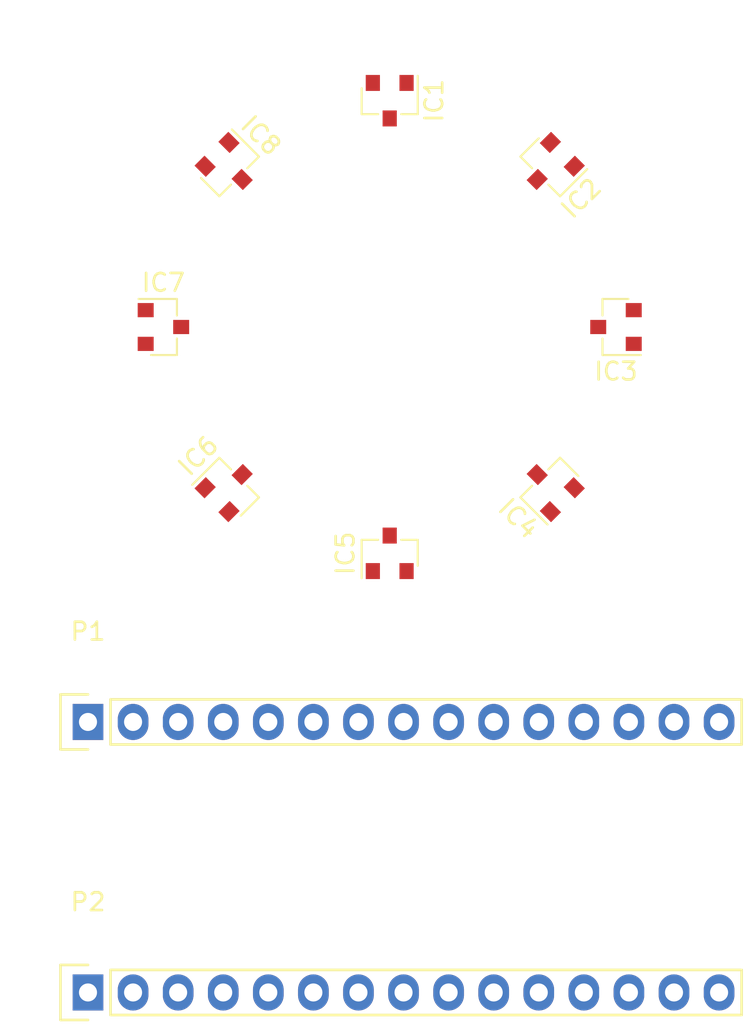
<source format=kicad_pcb>
(kicad_pcb (version 4) (host pcbnew 4.0.4-stable)

  (general
    (links 24)
    (no_connects 24)
    (area 172.72 102.87 215.328334 153.39)
    (thickness 1.6)
    (drawings 0)
    (tracks 0)
    (zones 0)
    (modules 10)
    (nets 31)
  )

  (page A4)
  (layers
    (0 F.Cu signal)
    (31 B.Cu signal)
    (32 B.Adhes user)
    (33 F.Adhes user)
    (34 B.Paste user)
    (35 F.Paste user)
    (36 B.SilkS user)
    (37 F.SilkS user)
    (38 B.Mask user)
    (39 F.Mask user)
    (40 Dwgs.User user)
    (41 Cmts.User user)
    (42 Eco1.User user)
    (43 Eco2.User user)
    (44 Edge.Cuts user)
    (45 Margin user)
    (46 B.CrtYd user)
    (47 F.CrtYd user)
    (48 B.Fab user)
    (49 F.Fab user)
  )

  (setup
    (last_trace_width 0.25)
    (trace_clearance 0.2)
    (zone_clearance 0.508)
    (zone_45_only yes)
    (trace_min 0.2)
    (segment_width 0.2)
    (edge_width 0.15)
    (via_size 0.6)
    (via_drill 0.4)
    (via_min_size 0.4)
    (via_min_drill 0.3)
    (uvia_size 0.3)
    (uvia_drill 0.1)
    (uvias_allowed no)
    (uvia_min_size 0.2)
    (uvia_min_drill 0.1)
    (pcb_text_width 0.3)
    (pcb_text_size 1.5 1.5)
    (mod_edge_width 0.15)
    (mod_text_size 1 1)
    (mod_text_width 0.15)
    (pad_size 1.7272 2.032)
    (pad_drill 1.016)
    (pad_to_mask_clearance 0.2)
    (aux_axis_origin 0 0)
    (visible_elements FFFFFF7F)
    (pcbplotparams
      (layerselection 0x00030_80000001)
      (usegerberextensions false)
      (excludeedgelayer true)
      (linewidth 0.100000)
      (plotframeref false)
      (viasonmask false)
      (mode 1)
      (useauxorigin false)
      (hpglpennumber 1)
      (hpglpenspeed 20)
      (hpglpendiameter 15)
      (hpglpenoverlay 2)
      (psnegative false)
      (psa4output false)
      (plotreference true)
      (plotvalue true)
      (plotinvisibletext false)
      (padsonsilk false)
      (subtractmaskfromsilk false)
      (outputformat 1)
      (mirror false)
      (drillshape 1)
      (scaleselection 1)
      (outputdirectory ""))
  )

  (net 0 "")
  (net 1 "Net-(IC1-Pad1)")
  (net 2 "Net-(IC1-Pad2)")
  (net 3 "Net-(IC1-Pad3)")
  (net 4 "Net-(IC2-Pad2)")
  (net 5 "Net-(IC3-Pad2)")
  (net 6 "Net-(IC4-Pad2)")
  (net 7 "Net-(IC5-Pad2)")
  (net 8 "Net-(IC6-Pad2)")
  (net 9 "Net-(IC7-Pad2)")
  (net 10 "Net-(IC8-Pad2)")
  (net 11 "Net-(P1-Pad1)")
  (net 12 "Net-(P1-Pad2)")
  (net 13 "Net-(P1-Pad3)")
  (net 14 "Net-(P1-Pad13)")
  (net 15 "Net-(P1-Pad15)")
  (net 16 "Net-(P2-Pad1)")
  (net 17 "Net-(P2-Pad2)")
  (net 18 "Net-(P2-Pad3)")
  (net 19 "Net-(P2-Pad4)")
  (net 20 "Net-(P2-Pad5)")
  (net 21 "Net-(P2-Pad6)")
  (net 22 "Net-(P2-Pad7)")
  (net 23 "Net-(P2-Pad8)")
  (net 24 "Net-(P2-Pad9)")
  (net 25 "Net-(P2-Pad10)")
  (net 26 "Net-(P2-Pad11)")
  (net 27 "Net-(P2-Pad12)")
  (net 28 "Net-(P2-Pad13)")
  (net 29 "Net-(P2-Pad14)")
  (net 30 "Net-(P2-Pad15)")

  (net_class Default "This is the default net class."
    (clearance 0.2)
    (trace_width 0.25)
    (via_dia 0.6)
    (via_drill 0.4)
    (uvia_dia 0.3)
    (uvia_drill 0.1)
    (add_net "Net-(IC1-Pad1)")
    (add_net "Net-(IC1-Pad2)")
    (add_net "Net-(IC1-Pad3)")
    (add_net "Net-(IC2-Pad2)")
    (add_net "Net-(IC3-Pad2)")
    (add_net "Net-(IC4-Pad2)")
    (add_net "Net-(IC5-Pad2)")
    (add_net "Net-(IC6-Pad2)")
    (add_net "Net-(IC7-Pad2)")
    (add_net "Net-(IC8-Pad2)")
    (add_net "Net-(P1-Pad1)")
    (add_net "Net-(P1-Pad13)")
    (add_net "Net-(P1-Pad15)")
    (add_net "Net-(P1-Pad2)")
    (add_net "Net-(P1-Pad3)")
    (add_net "Net-(P2-Pad1)")
    (add_net "Net-(P2-Pad10)")
    (add_net "Net-(P2-Pad11)")
    (add_net "Net-(P2-Pad12)")
    (add_net "Net-(P2-Pad13)")
    (add_net "Net-(P2-Pad14)")
    (add_net "Net-(P2-Pad15)")
    (add_net "Net-(P2-Pad2)")
    (add_net "Net-(P2-Pad3)")
    (add_net "Net-(P2-Pad4)")
    (add_net "Net-(P2-Pad5)")
    (add_net "Net-(P2-Pad6)")
    (add_net "Net-(P2-Pad7)")
    (add_net "Net-(P2-Pad8)")
    (add_net "Net-(P2-Pad9)")
  )

  (module TO_SOT_Packages_SMD:SOT-23 (layer F.Cu) (tedit 583F39EB) (tstamp 5848A5C7)
    (at 125 100 270)
    (descr "SOT-23, Standard")
    (tags SOT-23)
    (path /58489998)
    (attr smd)
    (fp_text reference IC1 (at 0 -2.5 270) (layer F.SilkS)
      (effects (font (size 1 1) (thickness 0.15)))
    )
    (fp_text value A1302KLHLT-T (at 0 2.5 270) (layer F.Fab)
      (effects (font (size 1 1) (thickness 0.15)))
    )
    (fp_line (start 0.76 1.58) (end 0.76 0.65) (layer F.SilkS) (width 0.12))
    (fp_line (start 0.76 -1.58) (end 0.76 -0.65) (layer F.SilkS) (width 0.12))
    (fp_line (start 0.7 -1.52) (end 0.7 1.52) (layer F.Fab) (width 0.15))
    (fp_line (start -0.7 1.52) (end 0.7 1.52) (layer F.Fab) (width 0.15))
    (fp_line (start -1.7 -1.75) (end 1.7 -1.75) (layer F.CrtYd) (width 0.05))
    (fp_line (start 1.7 -1.75) (end 1.7 1.75) (layer F.CrtYd) (width 0.05))
    (fp_line (start 1.7 1.75) (end -1.7 1.75) (layer F.CrtYd) (width 0.05))
    (fp_line (start -1.7 1.75) (end -1.7 -1.75) (layer F.CrtYd) (width 0.05))
    (fp_line (start 0.76 -1.58) (end -1.4 -1.58) (layer F.SilkS) (width 0.12))
    (fp_line (start -0.7 -1.52) (end 0.7 -1.52) (layer F.Fab) (width 0.15))
    (fp_line (start -0.7 -1.52) (end -0.7 1.52) (layer F.Fab) (width 0.15))
    (fp_line (start 0.76 1.58) (end -0.7 1.58) (layer F.SilkS) (width 0.12))
    (pad 1 smd rect (at -1 -0.95 270) (size 0.9 0.8) (layers F.Cu F.Paste F.Mask)
      (net 1 "Net-(IC1-Pad1)"))
    (pad 2 smd rect (at -1 0.95 270) (size 0.9 0.8) (layers F.Cu F.Paste F.Mask)
      (net 2 "Net-(IC1-Pad2)"))
    (pad 3 smd rect (at 1 0 270) (size 0.9 0.8) (layers F.Cu F.Paste F.Mask)
      (net 3 "Net-(IC1-Pad3)"))
    (model TO_SOT_Packages_SMD.3dshapes/SOT-23.wrl
      (at (xyz 0 0 0))
      (scale (xyz 1 1 1))
      (rotate (xyz 0 0 90))
    )
  )

  (module TO_SOT_Packages_SMD:SOT-23 (layer F.Cu) (tedit 583F39EB) (tstamp 5848A5CE)
    (at 134.02 103.73 225)
    (descr "SOT-23, Standard")
    (tags SOT-23)
    (path /584899FA)
    (attr smd)
    (fp_text reference IC2 (at 0 -2.5 225) (layer F.SilkS)
      (effects (font (size 1 1) (thickness 0.15)))
    )
    (fp_text value A1302KLHLT-T (at 0 2.5 225) (layer F.Fab)
      (effects (font (size 1 1) (thickness 0.15)))
    )
    (fp_line (start 0.76 1.58) (end 0.76 0.65) (layer F.SilkS) (width 0.12))
    (fp_line (start 0.76 -1.58) (end 0.76 -0.65) (layer F.SilkS) (width 0.12))
    (fp_line (start 0.7 -1.52) (end 0.7 1.52) (layer F.Fab) (width 0.15))
    (fp_line (start -0.7 1.52) (end 0.7 1.52) (layer F.Fab) (width 0.15))
    (fp_line (start -1.7 -1.75) (end 1.7 -1.75) (layer F.CrtYd) (width 0.05))
    (fp_line (start 1.7 -1.75) (end 1.7 1.75) (layer F.CrtYd) (width 0.05))
    (fp_line (start 1.7 1.75) (end -1.7 1.75) (layer F.CrtYd) (width 0.05))
    (fp_line (start -1.7 1.75) (end -1.7 -1.75) (layer F.CrtYd) (width 0.05))
    (fp_line (start 0.76 -1.58) (end -1.4 -1.58) (layer F.SilkS) (width 0.12))
    (fp_line (start -0.7 -1.52) (end 0.7 -1.52) (layer F.Fab) (width 0.15))
    (fp_line (start -0.7 -1.52) (end -0.7 1.52) (layer F.Fab) (width 0.15))
    (fp_line (start 0.76 1.58) (end -0.7 1.58) (layer F.SilkS) (width 0.12))
    (pad 1 smd rect (at -1 -0.95 225) (size 0.9 0.8) (layers F.Cu F.Paste F.Mask)
      (net 1 "Net-(IC1-Pad1)"))
    (pad 2 smd rect (at -1 0.95 225) (size 0.9 0.8) (layers F.Cu F.Paste F.Mask)
      (net 4 "Net-(IC2-Pad2)"))
    (pad 3 smd rect (at 1 0 225) (size 0.9 0.8) (layers F.Cu F.Paste F.Mask)
      (net 3 "Net-(IC1-Pad3)"))
    (model TO_SOT_Packages_SMD.3dshapes/SOT-23.wrl
      (at (xyz 0 0 0))
      (scale (xyz 1 1 1))
      (rotate (xyz 0 0 90))
    )
  )

  (module TO_SOT_Packages_SMD:SOT-23 (layer F.Cu) (tedit 583F39EB) (tstamp 5848A5D5)
    (at 137.75 112.75 180)
    (descr "SOT-23, Standard")
    (tags SOT-23)
    (path /58489A29)
    (attr smd)
    (fp_text reference IC3 (at 0 -2.5 180) (layer F.SilkS)
      (effects (font (size 1 1) (thickness 0.15)))
    )
    (fp_text value A1302KLHLT-T (at 0 2.5 180) (layer F.Fab)
      (effects (font (size 1 1) (thickness 0.15)))
    )
    (fp_line (start 0.76 1.58) (end 0.76 0.65) (layer F.SilkS) (width 0.12))
    (fp_line (start 0.76 -1.58) (end 0.76 -0.65) (layer F.SilkS) (width 0.12))
    (fp_line (start 0.7 -1.52) (end 0.7 1.52) (layer F.Fab) (width 0.15))
    (fp_line (start -0.7 1.52) (end 0.7 1.52) (layer F.Fab) (width 0.15))
    (fp_line (start -1.7 -1.75) (end 1.7 -1.75) (layer F.CrtYd) (width 0.05))
    (fp_line (start 1.7 -1.75) (end 1.7 1.75) (layer F.CrtYd) (width 0.05))
    (fp_line (start 1.7 1.75) (end -1.7 1.75) (layer F.CrtYd) (width 0.05))
    (fp_line (start -1.7 1.75) (end -1.7 -1.75) (layer F.CrtYd) (width 0.05))
    (fp_line (start 0.76 -1.58) (end -1.4 -1.58) (layer F.SilkS) (width 0.12))
    (fp_line (start -0.7 -1.52) (end 0.7 -1.52) (layer F.Fab) (width 0.15))
    (fp_line (start -0.7 -1.52) (end -0.7 1.52) (layer F.Fab) (width 0.15))
    (fp_line (start 0.76 1.58) (end -0.7 1.58) (layer F.SilkS) (width 0.12))
    (pad 1 smd rect (at -1 -0.95 180) (size 0.9 0.8) (layers F.Cu F.Paste F.Mask)
      (net 1 "Net-(IC1-Pad1)"))
    (pad 2 smd rect (at -1 0.95 180) (size 0.9 0.8) (layers F.Cu F.Paste F.Mask)
      (net 5 "Net-(IC3-Pad2)"))
    (pad 3 smd rect (at 1 0 180) (size 0.9 0.8) (layers F.Cu F.Paste F.Mask)
      (net 3 "Net-(IC1-Pad3)"))
    (model TO_SOT_Packages_SMD.3dshapes/SOT-23.wrl
      (at (xyz 0 0 0))
      (scale (xyz 1 1 1))
      (rotate (xyz 0 0 90))
    )
  )

  (module TO_SOT_Packages_SMD:SOT-23 (layer F.Cu) (tedit 583F39EB) (tstamp 5848A5DC)
    (at 134.02 121.77 135)
    (descr "SOT-23, Standard")
    (tags SOT-23)
    (path /58489A69)
    (attr smd)
    (fp_text reference IC4 (at 0 -2.5 135) (layer F.SilkS)
      (effects (font (size 1 1) (thickness 0.15)))
    )
    (fp_text value A1302KLHLT-T (at 0 2.5 135) (layer F.Fab)
      (effects (font (size 1 1) (thickness 0.15)))
    )
    (fp_line (start 0.76 1.58) (end 0.76 0.65) (layer F.SilkS) (width 0.12))
    (fp_line (start 0.76 -1.58) (end 0.76 -0.65) (layer F.SilkS) (width 0.12))
    (fp_line (start 0.7 -1.52) (end 0.7 1.52) (layer F.Fab) (width 0.15))
    (fp_line (start -0.7 1.52) (end 0.7 1.52) (layer F.Fab) (width 0.15))
    (fp_line (start -1.7 -1.75) (end 1.7 -1.75) (layer F.CrtYd) (width 0.05))
    (fp_line (start 1.7 -1.75) (end 1.7 1.75) (layer F.CrtYd) (width 0.05))
    (fp_line (start 1.7 1.75) (end -1.7 1.75) (layer F.CrtYd) (width 0.05))
    (fp_line (start -1.7 1.75) (end -1.7 -1.75) (layer F.CrtYd) (width 0.05))
    (fp_line (start 0.76 -1.58) (end -1.4 -1.58) (layer F.SilkS) (width 0.12))
    (fp_line (start -0.7 -1.52) (end 0.7 -1.52) (layer F.Fab) (width 0.15))
    (fp_line (start -0.7 -1.52) (end -0.7 1.52) (layer F.Fab) (width 0.15))
    (fp_line (start 0.76 1.58) (end -0.7 1.58) (layer F.SilkS) (width 0.12))
    (pad 1 smd rect (at -1 -0.95 135) (size 0.9 0.8) (layers F.Cu F.Paste F.Mask)
      (net 1 "Net-(IC1-Pad1)"))
    (pad 2 smd rect (at -1 0.95 135) (size 0.9 0.8) (layers F.Cu F.Paste F.Mask)
      (net 6 "Net-(IC4-Pad2)"))
    (pad 3 smd rect (at 1 0 135) (size 0.9 0.8) (layers F.Cu F.Paste F.Mask)
      (net 3 "Net-(IC1-Pad3)"))
    (model TO_SOT_Packages_SMD.3dshapes/SOT-23.wrl
      (at (xyz 0 0 0))
      (scale (xyz 1 1 1))
      (rotate (xyz 0 0 90))
    )
  )

  (module TO_SOT_Packages_SMD:SOT-23 (layer F.Cu) (tedit 583F39EB) (tstamp 5848A5E3)
    (at 125 125.5 90)
    (descr "SOT-23, Standard")
    (tags SOT-23)
    (path /58489AAF)
    (attr smd)
    (fp_text reference IC5 (at 0 -2.5 90) (layer F.SilkS)
      (effects (font (size 1 1) (thickness 0.15)))
    )
    (fp_text value A1302KLHLT-T (at 0 2.5 90) (layer F.Fab)
      (effects (font (size 1 1) (thickness 0.15)))
    )
    (fp_line (start 0.76 1.58) (end 0.76 0.65) (layer F.SilkS) (width 0.12))
    (fp_line (start 0.76 -1.58) (end 0.76 -0.65) (layer F.SilkS) (width 0.12))
    (fp_line (start 0.7 -1.52) (end 0.7 1.52) (layer F.Fab) (width 0.15))
    (fp_line (start -0.7 1.52) (end 0.7 1.52) (layer F.Fab) (width 0.15))
    (fp_line (start -1.7 -1.75) (end 1.7 -1.75) (layer F.CrtYd) (width 0.05))
    (fp_line (start 1.7 -1.75) (end 1.7 1.75) (layer F.CrtYd) (width 0.05))
    (fp_line (start 1.7 1.75) (end -1.7 1.75) (layer F.CrtYd) (width 0.05))
    (fp_line (start -1.7 1.75) (end -1.7 -1.75) (layer F.CrtYd) (width 0.05))
    (fp_line (start 0.76 -1.58) (end -1.4 -1.58) (layer F.SilkS) (width 0.12))
    (fp_line (start -0.7 -1.52) (end 0.7 -1.52) (layer F.Fab) (width 0.15))
    (fp_line (start -0.7 -1.52) (end -0.7 1.52) (layer F.Fab) (width 0.15))
    (fp_line (start 0.76 1.58) (end -0.7 1.58) (layer F.SilkS) (width 0.12))
    (pad 1 smd rect (at -1 -0.95 90) (size 0.9 0.8) (layers F.Cu F.Paste F.Mask)
      (net 1 "Net-(IC1-Pad1)"))
    (pad 2 smd rect (at -1 0.95 90) (size 0.9 0.8) (layers F.Cu F.Paste F.Mask)
      (net 7 "Net-(IC5-Pad2)"))
    (pad 3 smd rect (at 1 0 90) (size 0.9 0.8) (layers F.Cu F.Paste F.Mask)
      (net 3 "Net-(IC1-Pad3)"))
    (model TO_SOT_Packages_SMD.3dshapes/SOT-23.wrl
      (at (xyz 0 0 0))
      (scale (xyz 1 1 1))
      (rotate (xyz 0 0 90))
    )
  )

  (module TO_SOT_Packages_SMD:SOT-23 (layer F.Cu) (tedit 583F39EB) (tstamp 5848A5EA)
    (at 115.98 121.77 45)
    (descr "SOT-23, Standard")
    (tags SOT-23)
    (path /58489AFB)
    (attr smd)
    (fp_text reference IC6 (at 0 -2.5 45) (layer F.SilkS)
      (effects (font (size 1 1) (thickness 0.15)))
    )
    (fp_text value A1302KLHLT-T (at 0 2.5 45) (layer F.Fab)
      (effects (font (size 1 1) (thickness 0.15)))
    )
    (fp_line (start 0.76 1.58) (end 0.76 0.65) (layer F.SilkS) (width 0.12))
    (fp_line (start 0.76 -1.58) (end 0.76 -0.65) (layer F.SilkS) (width 0.12))
    (fp_line (start 0.7 -1.52) (end 0.7 1.52) (layer F.Fab) (width 0.15))
    (fp_line (start -0.7 1.52) (end 0.7 1.52) (layer F.Fab) (width 0.15))
    (fp_line (start -1.7 -1.75) (end 1.7 -1.75) (layer F.CrtYd) (width 0.05))
    (fp_line (start 1.7 -1.75) (end 1.7 1.75) (layer F.CrtYd) (width 0.05))
    (fp_line (start 1.7 1.75) (end -1.7 1.75) (layer F.CrtYd) (width 0.05))
    (fp_line (start -1.7 1.75) (end -1.7 -1.75) (layer F.CrtYd) (width 0.05))
    (fp_line (start 0.76 -1.58) (end -1.4 -1.58) (layer F.SilkS) (width 0.12))
    (fp_line (start -0.7 -1.52) (end 0.7 -1.52) (layer F.Fab) (width 0.15))
    (fp_line (start -0.7 -1.52) (end -0.7 1.52) (layer F.Fab) (width 0.15))
    (fp_line (start 0.76 1.58) (end -0.7 1.58) (layer F.SilkS) (width 0.12))
    (pad 1 smd rect (at -1 -0.95 45) (size 0.9 0.8) (layers F.Cu F.Paste F.Mask)
      (net 1 "Net-(IC1-Pad1)"))
    (pad 2 smd rect (at -1 0.95 45) (size 0.9 0.8) (layers F.Cu F.Paste F.Mask)
      (net 8 "Net-(IC6-Pad2)"))
    (pad 3 smd rect (at 1 0 45) (size 0.9 0.8) (layers F.Cu F.Paste F.Mask)
      (net 3 "Net-(IC1-Pad3)"))
    (model TO_SOT_Packages_SMD.3dshapes/SOT-23.wrl
      (at (xyz 0 0 0))
      (scale (xyz 1 1 1))
      (rotate (xyz 0 0 90))
    )
  )

  (module TO_SOT_Packages_SMD:SOT-23 (layer F.Cu) (tedit 583F39EB) (tstamp 5848A5F1)
    (at 112.25 112.75)
    (descr "SOT-23, Standard")
    (tags SOT-23)
    (path /58489B5A)
    (attr smd)
    (fp_text reference IC7 (at 0 -2.5) (layer F.SilkS)
      (effects (font (size 1 1) (thickness 0.15)))
    )
    (fp_text value A1302KLHLT-T (at 0 2.5) (layer F.Fab)
      (effects (font (size 1 1) (thickness 0.15)))
    )
    (fp_line (start 0.76 1.58) (end 0.76 0.65) (layer F.SilkS) (width 0.12))
    (fp_line (start 0.76 -1.58) (end 0.76 -0.65) (layer F.SilkS) (width 0.12))
    (fp_line (start 0.7 -1.52) (end 0.7 1.52) (layer F.Fab) (width 0.15))
    (fp_line (start -0.7 1.52) (end 0.7 1.52) (layer F.Fab) (width 0.15))
    (fp_line (start -1.7 -1.75) (end 1.7 -1.75) (layer F.CrtYd) (width 0.05))
    (fp_line (start 1.7 -1.75) (end 1.7 1.75) (layer F.CrtYd) (width 0.05))
    (fp_line (start 1.7 1.75) (end -1.7 1.75) (layer F.CrtYd) (width 0.05))
    (fp_line (start -1.7 1.75) (end -1.7 -1.75) (layer F.CrtYd) (width 0.05))
    (fp_line (start 0.76 -1.58) (end -1.4 -1.58) (layer F.SilkS) (width 0.12))
    (fp_line (start -0.7 -1.52) (end 0.7 -1.52) (layer F.Fab) (width 0.15))
    (fp_line (start -0.7 -1.52) (end -0.7 1.52) (layer F.Fab) (width 0.15))
    (fp_line (start 0.76 1.58) (end -0.7 1.58) (layer F.SilkS) (width 0.12))
    (pad 1 smd rect (at -1 -0.95) (size 0.9 0.8) (layers F.Cu F.Paste F.Mask)
      (net 1 "Net-(IC1-Pad1)"))
    (pad 2 smd rect (at -1 0.95) (size 0.9 0.8) (layers F.Cu F.Paste F.Mask)
      (net 9 "Net-(IC7-Pad2)"))
    (pad 3 smd rect (at 1 0) (size 0.9 0.8) (layers F.Cu F.Paste F.Mask)
      (net 3 "Net-(IC1-Pad3)"))
    (model TO_SOT_Packages_SMD.3dshapes/SOT-23.wrl
      (at (xyz 0 0 0))
      (scale (xyz 1 1 1))
      (rotate (xyz 0 0 90))
    )
  )

  (module TO_SOT_Packages_SMD:SOT-23 (layer F.Cu) (tedit 583F39EB) (tstamp 5848A5F8)
    (at 115.98 103.73 315)
    (descr "SOT-23, Standard")
    (tags SOT-23)
    (path /58489BAC)
    (attr smd)
    (fp_text reference IC8 (at 0 -2.5 315) (layer F.SilkS)
      (effects (font (size 1 1) (thickness 0.15)))
    )
    (fp_text value A1302KLHLT-T (at 0 2.5 315) (layer F.Fab)
      (effects (font (size 1 1) (thickness 0.15)))
    )
    (fp_line (start 0.76 1.58) (end 0.76 0.65) (layer F.SilkS) (width 0.12))
    (fp_line (start 0.76 -1.58) (end 0.76 -0.65) (layer F.SilkS) (width 0.12))
    (fp_line (start 0.7 -1.52) (end 0.7 1.52) (layer F.Fab) (width 0.15))
    (fp_line (start -0.7 1.52) (end 0.7 1.52) (layer F.Fab) (width 0.15))
    (fp_line (start -1.7 -1.75) (end 1.7 -1.75) (layer F.CrtYd) (width 0.05))
    (fp_line (start 1.7 -1.75) (end 1.7 1.75) (layer F.CrtYd) (width 0.05))
    (fp_line (start 1.7 1.75) (end -1.7 1.75) (layer F.CrtYd) (width 0.05))
    (fp_line (start -1.7 1.75) (end -1.7 -1.75) (layer F.CrtYd) (width 0.05))
    (fp_line (start 0.76 -1.58) (end -1.4 -1.58) (layer F.SilkS) (width 0.12))
    (fp_line (start -0.7 -1.52) (end 0.7 -1.52) (layer F.Fab) (width 0.15))
    (fp_line (start -0.7 -1.52) (end -0.7 1.52) (layer F.Fab) (width 0.15))
    (fp_line (start 0.76 1.58) (end -0.7 1.58) (layer F.SilkS) (width 0.12))
    (pad 1 smd rect (at -1 -0.95 315) (size 0.9 0.8) (layers F.Cu F.Paste F.Mask)
      (net 1 "Net-(IC1-Pad1)"))
    (pad 2 smd rect (at -1 0.95 315) (size 0.9 0.8) (layers F.Cu F.Paste F.Mask)
      (net 10 "Net-(IC8-Pad2)"))
    (pad 3 smd rect (at 1 0 315) (size 0.9 0.8) (layers F.Cu F.Paste F.Mask)
      (net 3 "Net-(IC1-Pad3)"))
    (model TO_SOT_Packages_SMD.3dshapes/SOT-23.wrl
      (at (xyz 0 0 0))
      (scale (xyz 1 1 1))
      (rotate (xyz 0 0 90))
    )
  )

  (module Socket_Strips:Socket_Strip_Straight_1x15 (layer F.Cu) (tedit 0) (tstamp 5848A60B)
    (at 108 135)
    (descr "Through hole socket strip")
    (tags "socket strip")
    (path /5848AFF6)
    (fp_text reference P1 (at 0 -5.1) (layer F.SilkS)
      (effects (font (size 1 1) (thickness 0.15)))
    )
    (fp_text value CONN_01X15 (at 0 -3.1) (layer F.Fab)
      (effects (font (size 1 1) (thickness 0.15)))
    )
    (fp_line (start -1.75 -1.75) (end -1.75 1.75) (layer F.CrtYd) (width 0.05))
    (fp_line (start 37.35 -1.75) (end 37.35 1.75) (layer F.CrtYd) (width 0.05))
    (fp_line (start -1.75 -1.75) (end 37.35 -1.75) (layer F.CrtYd) (width 0.05))
    (fp_line (start -1.75 1.75) (end 37.35 1.75) (layer F.CrtYd) (width 0.05))
    (fp_line (start 1.27 -1.27) (end 36.83 -1.27) (layer F.SilkS) (width 0.15))
    (fp_line (start 36.83 -1.27) (end 36.83 1.27) (layer F.SilkS) (width 0.15))
    (fp_line (start 36.83 1.27) (end 1.27 1.27) (layer F.SilkS) (width 0.15))
    (fp_line (start -1.55 1.55) (end 0 1.55) (layer F.SilkS) (width 0.15))
    (fp_line (start 1.27 1.27) (end 1.27 -1.27) (layer F.SilkS) (width 0.15))
    (fp_line (start 0 -1.55) (end -1.55 -1.55) (layer F.SilkS) (width 0.15))
    (fp_line (start -1.55 -1.55) (end -1.55 1.55) (layer F.SilkS) (width 0.15))
    (pad 1 thru_hole rect (at 0 0) (size 1.7272 2.032) (drill 1.016) (layers *.Cu *.Mask)
      (net 11 "Net-(P1-Pad1)"))
    (pad 2 thru_hole oval (at 2.54 0) (size 1.7272 2.032) (drill 1.016) (layers *.Cu *.Mask)
      (net 12 "Net-(P1-Pad2)"))
    (pad 3 thru_hole oval (at 5.08 0) (size 1.7272 2.032) (drill 1.016) (layers *.Cu *.Mask)
      (net 13 "Net-(P1-Pad3)"))
    (pad 4 thru_hole oval (at 7.62 0) (size 1.7272 2.032) (drill 1.016) (layers *.Cu *.Mask)
      (net 10 "Net-(IC8-Pad2)"))
    (pad 5 thru_hole oval (at 10.16 0) (size 1.7272 2.032) (drill 1.016) (layers *.Cu *.Mask)
      (net 9 "Net-(IC7-Pad2)"))
    (pad 6 thru_hole oval (at 12.7 0) (size 1.7272 2.032) (drill 1.016) (layers *.Cu *.Mask)
      (net 8 "Net-(IC6-Pad2)"))
    (pad 7 thru_hole oval (at 15.24 0) (size 1.7272 2.032) (drill 1.016) (layers *.Cu *.Mask)
      (net 7 "Net-(IC5-Pad2)"))
    (pad 8 thru_hole oval (at 17.78 0) (size 1.7272 2.032) (drill 1.016) (layers *.Cu *.Mask)
      (net 6 "Net-(IC4-Pad2)"))
    (pad 9 thru_hole oval (at 20.32 0) (size 1.7272 2.032) (drill 1.016) (layers *.Cu *.Mask)
      (net 5 "Net-(IC3-Pad2)"))
    (pad 10 thru_hole oval (at 22.86 0) (size 1.7272 2.032) (drill 1.016) (layers *.Cu *.Mask)
      (net 4 "Net-(IC2-Pad2)"))
    (pad 11 thru_hole oval (at 25.4 0) (size 1.7272 2.032) (drill 1.016) (layers *.Cu *.Mask)
      (net 2 "Net-(IC1-Pad2)"))
    (pad 12 thru_hole oval (at 27.94 0) (size 1.7272 2.032) (drill 1.016) (layers *.Cu *.Mask)
      (net 1 "Net-(IC1-Pad1)"))
    (pad 13 thru_hole oval (at 30.48 0) (size 1.7272 2.032) (drill 1.016) (layers *.Cu *.Mask)
      (net 14 "Net-(P1-Pad13)"))
    (pad 14 thru_hole oval (at 33.02 0) (size 1.7272 2.032) (drill 1.016) (layers *.Cu *.Mask)
      (net 3 "Net-(IC1-Pad3)"))
    (pad 15 thru_hole oval (at 35.56 0) (size 1.7272 2.032) (drill 1.016) (layers *.Cu *.Mask)
      (net 15 "Net-(P1-Pad15)"))
    (model Socket_Strips.3dshapes/Socket_Strip_Straight_1x15.wrl
      (at (xyz 0.7 0 0))
      (scale (xyz 1 1 1))
      (rotate (xyz 0 0 180))
    )
  )

  (module Socket_Strips:Socket_Strip_Straight_1x15 (layer F.Cu) (tedit 0) (tstamp 5848A61E)
    (at 108 150.24)
    (descr "Through hole socket strip")
    (tags "socket strip")
    (path /5848B2B9)
    (fp_text reference P2 (at 0 -5.1) (layer F.SilkS)
      (effects (font (size 1 1) (thickness 0.15)))
    )
    (fp_text value CONN_01X15 (at 0 -3.1) (layer F.Fab)
      (effects (font (size 1 1) (thickness 0.15)))
    )
    (fp_line (start -1.75 -1.75) (end -1.75 1.75) (layer F.CrtYd) (width 0.05))
    (fp_line (start 37.35 -1.75) (end 37.35 1.75) (layer F.CrtYd) (width 0.05))
    (fp_line (start -1.75 -1.75) (end 37.35 -1.75) (layer F.CrtYd) (width 0.05))
    (fp_line (start -1.75 1.75) (end 37.35 1.75) (layer F.CrtYd) (width 0.05))
    (fp_line (start 1.27 -1.27) (end 36.83 -1.27) (layer F.SilkS) (width 0.15))
    (fp_line (start 36.83 -1.27) (end 36.83 1.27) (layer F.SilkS) (width 0.15))
    (fp_line (start 36.83 1.27) (end 1.27 1.27) (layer F.SilkS) (width 0.15))
    (fp_line (start -1.55 1.55) (end 0 1.55) (layer F.SilkS) (width 0.15))
    (fp_line (start 1.27 1.27) (end 1.27 -1.27) (layer F.SilkS) (width 0.15))
    (fp_line (start 0 -1.55) (end -1.55 -1.55) (layer F.SilkS) (width 0.15))
    (fp_line (start -1.55 -1.55) (end -1.55 1.55) (layer F.SilkS) (width 0.15))
    (pad 1 thru_hole rect (at 0 0) (size 1.7272 2.032) (drill 1.016) (layers *.Cu *.Mask)
      (net 16 "Net-(P2-Pad1)"))
    (pad 2 thru_hole oval (at 2.54 0) (size 1.7272 2.032) (drill 1.016) (layers *.Cu *.Mask)
      (net 17 "Net-(P2-Pad2)"))
    (pad 3 thru_hole oval (at 5.08 0) (size 1.7272 2.032) (drill 1.016) (layers *.Cu *.Mask)
      (net 18 "Net-(P2-Pad3)"))
    (pad 4 thru_hole oval (at 7.62 0) (size 1.7272 2.032) (drill 1.016) (layers *.Cu *.Mask)
      (net 19 "Net-(P2-Pad4)"))
    (pad 5 thru_hole oval (at 10.16 0) (size 1.7272 2.032) (drill 1.016) (layers *.Cu *.Mask)
      (net 20 "Net-(P2-Pad5)"))
    (pad 6 thru_hole oval (at 12.7 0) (size 1.7272 2.032) (drill 1.016) (layers *.Cu *.Mask)
      (net 21 "Net-(P2-Pad6)"))
    (pad 7 thru_hole oval (at 15.24 0) (size 1.7272 2.032) (drill 1.016) (layers *.Cu *.Mask)
      (net 22 "Net-(P2-Pad7)"))
    (pad 8 thru_hole oval (at 17.78 0) (size 1.7272 2.032) (drill 1.016) (layers *.Cu *.Mask)
      (net 23 "Net-(P2-Pad8)"))
    (pad 9 thru_hole oval (at 20.32 0) (size 1.7272 2.032) (drill 1.016) (layers *.Cu *.Mask)
      (net 24 "Net-(P2-Pad9)"))
    (pad 10 thru_hole oval (at 22.86 0) (size 1.7272 2.032) (drill 1.016) (layers *.Cu *.Mask)
      (net 25 "Net-(P2-Pad10)"))
    (pad 11 thru_hole oval (at 25.4 0) (size 1.7272 2.032) (drill 1.016) (layers *.Cu *.Mask)
      (net 26 "Net-(P2-Pad11)"))
    (pad 12 thru_hole oval (at 27.94 0) (size 1.7272 2.032) (drill 1.016) (layers *.Cu *.Mask)
      (net 27 "Net-(P2-Pad12)"))
    (pad 13 thru_hole oval (at 30.48 0) (size 1.7272 2.032) (drill 1.016) (layers *.Cu *.Mask)
      (net 28 "Net-(P2-Pad13)"))
    (pad 14 thru_hole oval (at 33.02 0) (size 1.7272 2.032) (drill 1.016) (layers *.Cu *.Mask)
      (net 29 "Net-(P2-Pad14)"))
    (pad 15 thru_hole oval (at 35.56 0) (size 1.7272 2.032) (drill 1.016) (layers *.Cu *.Mask)
      (net 30 "Net-(P2-Pad15)"))
    (model Socket_Strips.3dshapes/Socket_Strip_Straight_1x15.wrl
      (at (xyz 0.7 0 0))
      (scale (xyz 1 1 1))
      (rotate (xyz 0 0 180))
    )
  )

)

</source>
